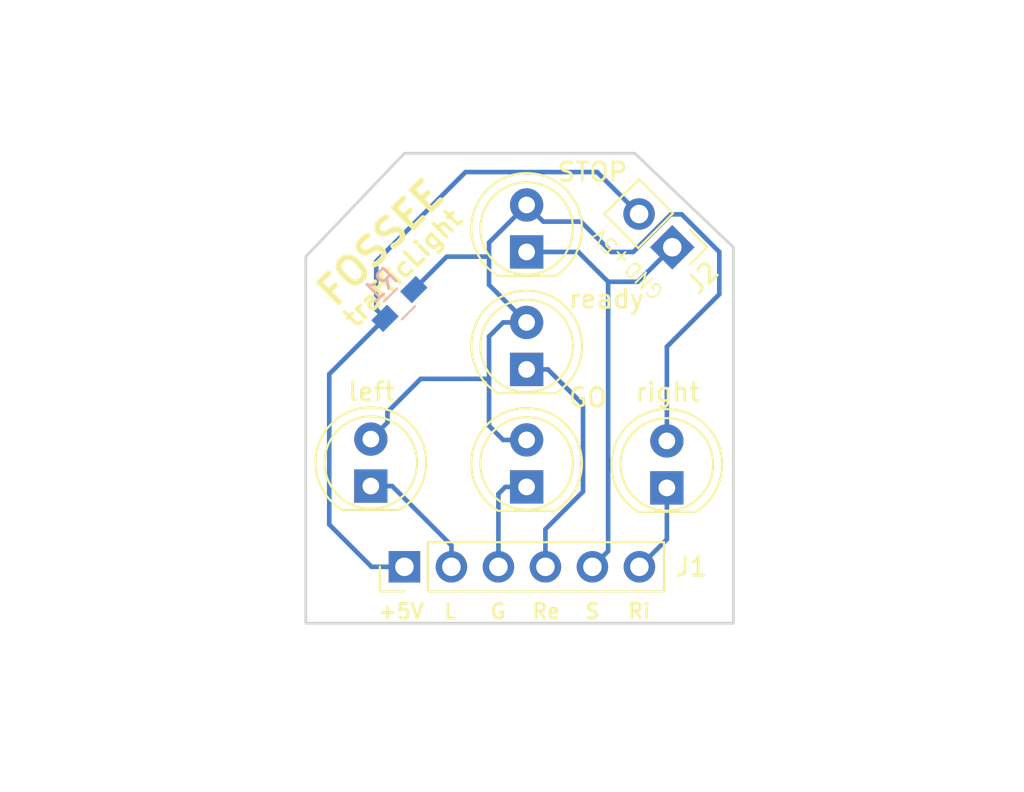
<source format=kicad_pcb>
(kicad_pcb (version 20171130) (host pcbnew 5.0.1)

  (general
    (thickness 1.6)
    (drawings 21)
    (tracks 58)
    (zones 0)
    (modules 8)
    (nets 8)
  )

  (page A4)
  (layers
    (0 F.Cu signal)
    (31 B.Cu signal)
    (32 B.Adhes user)
    (33 F.Adhes user)
    (34 B.Paste user)
    (35 F.Paste user)
    (36 B.SilkS user)
    (37 F.SilkS user)
    (38 B.Mask user)
    (39 F.Mask user)
    (40 Dwgs.User user)
    (41 Cmts.User user)
    (42 Eco1.User user)
    (43 Eco2.User user)
    (44 Edge.Cuts user)
    (45 Margin user)
    (46 B.CrtYd user)
    (47 F.CrtYd user)
    (48 B.Fab user)
    (49 F.Fab user hide)
  )

  (setup
    (last_trace_width 0.25)
    (trace_clearance 0.2)
    (zone_clearance 0.508)
    (zone_45_only no)
    (trace_min 0.2)
    (segment_width 0.2)
    (edge_width 0.15)
    (via_size 0.8)
    (via_drill 0.4)
    (via_min_size 0.4)
    (via_min_drill 0.3)
    (uvia_size 0.3)
    (uvia_drill 0.1)
    (uvias_allowed no)
    (uvia_min_size 0.2)
    (uvia_min_drill 0.1)
    (pcb_text_width 0.3)
    (pcb_text_size 1.5 1.5)
    (mod_edge_width 0.15)
    (mod_text_size 1 1)
    (mod_text_width 0.15)
    (pad_size 1.524 1.524)
    (pad_drill 0.762)
    (pad_to_mask_clearance 0.051)
    (solder_mask_min_width 0.25)
    (aux_axis_origin 0 0)
    (visible_elements FFFFFF7F)
    (pcbplotparams
      (layerselection 0x010fc_ffffffff)
      (usegerberextensions false)
      (usegerberattributes false)
      (usegerberadvancedattributes false)
      (creategerberjobfile false)
      (excludeedgelayer true)
      (linewidth 0.100000)
      (plotframeref false)
      (viasonmask false)
      (mode 1)
      (useauxorigin false)
      (hpglpennumber 1)
      (hpglpenspeed 20)
      (hpglpendiameter 15.000000)
      (psnegative false)
      (psa4output false)
      (plotreference true)
      (plotvalue true)
      (plotinvisibletext false)
      (padsonsilk false)
      (subtractmaskfromsilk false)
      (outputformat 1)
      (mirror false)
      (drillshape 1)
      (scaleselection 1)
      (outputdirectory ""))
  )

  (net 0 "")
  (net 1 "Net-(D1-Pad2)")
  (net 2 "Net-(D1-Pad1)")
  (net 3 "Net-(D2-Pad1)")
  (net 4 "Net-(D3-Pad1)")
  (net 5 "Net-(D4-Pad1)")
  (net 6 "Net-(D5-Pad1)")
  (net 7 +5C)

  (net_class Default "This is the default net class."
    (clearance 0.2)
    (trace_width 0.25)
    (via_dia 0.8)
    (via_drill 0.4)
    (uvia_dia 0.3)
    (uvia_drill 0.1)
    (add_net +5C)
    (add_net "Net-(D1-Pad1)")
    (add_net "Net-(D1-Pad2)")
    (add_net "Net-(D2-Pad1)")
    (add_net "Net-(D3-Pad1)")
    (add_net "Net-(D4-Pad1)")
    (add_net "Net-(D5-Pad1)")
  )

  (module Socket_Strips:Socket_Strip_Straight_1x02_Pitch2.54mm (layer F.Cu) (tedit 58CD5446) (tstamp 5C3D0902)
    (at 155.194 88.392 225)
    (descr "Through hole straight socket strip, 1x02, 2.54mm pitch, single row")
    (tags "Through hole socket strip THT 1x02 2.54mm single row")
    (path /5C3CB942)
    (fp_text reference J2 (at 0 -2.33 225) (layer F.SilkS)
      (effects (font (size 1 1) (thickness 0.15)))
    )
    (fp_text value Conn_01x02_Male (at 0 4.87 225) (layer F.Fab)
      (effects (font (size 1 1) (thickness 0.15)))
    )
    (fp_text user %R (at 0 -2.33 225) (layer F.Fab)
      (effects (font (size 1 1) (thickness 0.15)))
    )
    (fp_line (start 1.8 -1.8) (end -1.8 -1.8) (layer F.CrtYd) (width 0.05))
    (fp_line (start 1.8 4.35) (end 1.8 -1.8) (layer F.CrtYd) (width 0.05))
    (fp_line (start -1.8 4.35) (end 1.8 4.35) (layer F.CrtYd) (width 0.05))
    (fp_line (start -1.8 -1.8) (end -1.8 4.35) (layer F.CrtYd) (width 0.05))
    (fp_line (start -1.33 -1.33) (end 0 -1.33) (layer F.SilkS) (width 0.12))
    (fp_line (start -1.33 0) (end -1.33 -1.33) (layer F.SilkS) (width 0.12))
    (fp_line (start 1.33 1.27) (end -1.33 1.27) (layer F.SilkS) (width 0.12))
    (fp_line (start 1.33 3.87) (end 1.33 1.27) (layer F.SilkS) (width 0.12))
    (fp_line (start -1.33 3.87) (end 1.33 3.87) (layer F.SilkS) (width 0.12))
    (fp_line (start -1.33 1.27) (end -1.33 3.87) (layer F.SilkS) (width 0.12))
    (fp_line (start 1.27 -1.27) (end -1.27 -1.27) (layer F.Fab) (width 0.1))
    (fp_line (start 1.27 3.81) (end 1.27 -1.27) (layer F.Fab) (width 0.1))
    (fp_line (start -1.27 3.81) (end 1.27 3.81) (layer F.Fab) (width 0.1))
    (fp_line (start -1.27 -1.27) (end -1.27 3.81) (layer F.Fab) (width 0.1))
    (pad 2 thru_hole oval (at 0 2.54 225) (size 1.7 1.7) (drill 1) (layers *.Cu *.Mask)
      (net 7 +5C))
    (pad 1 thru_hole rect (at 0 0 225) (size 1.7 1.7) (drill 1) (layers *.Cu *.Mask)
      (net 6 "Net-(D5-Pad1)"))
    (model ${KISYS3DMOD}/Socket_Strips.3dshapes/Socket_Strip_Straight_1x02_Pitch2.54mm.wrl
      (offset (xyz 0 -1.269999980926514 0))
      (scale (xyz 1 1 1))
      (rotate (xyz 0 0 270))
    )
  )

  (module LEDs:LED_D5.0mm (layer F.Cu) (tedit 5C3C664C) (tstamp 5C3D104C)
    (at 147.32 88.646 90)
    (descr "LED, diameter 5.0mm, 2 pins, http://cdn-reichelt.de/documents/datenblatt/A500/LL-504BC2E-009.pdf")
    (tags "LED diameter 5.0mm 2 pins")
    (path /5C2C2A10)
    (fp_text reference D5 (at 3.671 4.255 180) (layer F.Fab)
      (effects (font (size 1 1) (thickness 0.15)))
    )
    (fp_text value STOP (at 4.318 3.556 180) (layer F.SilkS)
      (effects (font (size 1 1) (thickness 0.15)))
    )
    (fp_text user %R (at 1.25 0 90) (layer F.Fab)
      (effects (font (size 0.8 0.8) (thickness 0.2)))
    )
    (fp_line (start 4.5 -3.25) (end -1.95 -3.25) (layer F.CrtYd) (width 0.05))
    (fp_line (start 4.5 3.25) (end 4.5 -3.25) (layer F.CrtYd) (width 0.05))
    (fp_line (start -1.95 3.25) (end 4.5 3.25) (layer F.CrtYd) (width 0.05))
    (fp_line (start -1.95 -3.25) (end -1.95 3.25) (layer F.CrtYd) (width 0.05))
    (fp_line (start -1.29 -1.545) (end -1.29 1.545) (layer F.SilkS) (width 0.12))
    (fp_line (start -1.23 -1.469694) (end -1.23 1.469694) (layer F.Fab) (width 0.1))
    (fp_circle (center 1.27 0) (end 3.77 0) (layer F.SilkS) (width 0.12))
    (fp_circle (center 1.27 0) (end 3.77 0) (layer F.Fab) (width 0.1))
    (fp_arc (start 1.27 0) (end -1.29 1.54483) (angle -148.9) (layer F.SilkS) (width 0.12))
    (fp_arc (start 1.27 0) (end -1.29 -1.54483) (angle 148.9) (layer F.SilkS) (width 0.12))
    (fp_arc (start 1.27 0) (end -1.23 -1.469694) (angle 299.1) (layer F.Fab) (width 0.1))
    (pad 2 thru_hole circle (at 2.54 0 90) (size 1.8 1.8) (drill 0.9) (layers *.Cu *.Mask)
      (net 1 "Net-(D1-Pad2)"))
    (pad 1 thru_hole rect (at 0 0 90) (size 1.8 1.8) (drill 0.9) (layers *.Cu *.Mask)
      (net 6 "Net-(D5-Pad1)"))
    (model ${KISYS3DMOD}/LEDs.3dshapes/LED_D5.0mm.wrl
      (at (xyz 0 0 0))
      (scale (xyz 0.393701 0.393701 0.393701))
      (rotate (xyz 0 0 0))
    )
  )

  (module LEDs:LED_D5.0mm (layer F.Cu) (tedit 5C3C6640) (tstamp 5C32ED25)
    (at 147.32 94.996 90)
    (descr "LED, diameter 5.0mm, 2 pins, http://cdn-reichelt.de/documents/datenblatt/A500/LL-504BC2E-009.pdf")
    (tags "LED diameter 5.0mm 2 pins")
    (path /5C2C2A6F)
    (fp_text reference D4 (at 2.471 -4.22 180) (layer F.Fab)
      (effects (font (size 1 1) (thickness 0.15)))
    )
    (fp_text value ready (at 3.81 4.318 180) (layer F.SilkS)
      (effects (font (size 1 1) (thickness 0.15)))
    )
    (fp_arc (start 1.27 0) (end -1.23 -1.469694) (angle 299.1) (layer F.Fab) (width 0.1))
    (fp_arc (start 1.27 0) (end -1.29 -1.54483) (angle 148.9) (layer F.SilkS) (width 0.12))
    (fp_arc (start 1.27 0) (end -1.29 1.54483) (angle -148.9) (layer F.SilkS) (width 0.12))
    (fp_circle (center 1.27 0) (end 3.77 0) (layer F.Fab) (width 0.1))
    (fp_circle (center 1.27 0) (end 3.77 0) (layer F.SilkS) (width 0.12))
    (fp_line (start -1.23 -1.469694) (end -1.23 1.469694) (layer F.Fab) (width 0.1))
    (fp_line (start -1.29 -1.545) (end -1.29 1.545) (layer F.SilkS) (width 0.12))
    (fp_line (start -1.95 -3.25) (end -1.95 3.25) (layer F.CrtYd) (width 0.05))
    (fp_line (start -1.95 3.25) (end 4.5 3.25) (layer F.CrtYd) (width 0.05))
    (fp_line (start 4.5 3.25) (end 4.5 -3.25) (layer F.CrtYd) (width 0.05))
    (fp_line (start 4.5 -3.25) (end -1.95 -3.25) (layer F.CrtYd) (width 0.05))
    (fp_text user %R (at 1.25 0 90) (layer F.Fab)
      (effects (font (size 0.8 0.8) (thickness 0.2)))
    )
    (pad 1 thru_hole rect (at 0 0 90) (size 1.8 1.8) (drill 0.9) (layers *.Cu *.Mask)
      (net 5 "Net-(D4-Pad1)"))
    (pad 2 thru_hole circle (at 2.54 0 90) (size 1.8 1.8) (drill 0.9) (layers *.Cu *.Mask)
      (net 1 "Net-(D1-Pad2)"))
    (model ${KISYS3DMOD}/LEDs.3dshapes/LED_D5.0mm.wrl
      (at (xyz 0 0 0))
      (scale (xyz 0.393701 0.393701 0.393701))
      (rotate (xyz 0 0 0))
    )
  )

  (module LEDs:LED_D5.0mm (layer F.Cu) (tedit 5C3C6634) (tstamp 5C32EF6F)
    (at 154.9 101.4 90)
    (descr "LED, diameter 5.0mm, 2 pins, http://cdn-reichelt.de/documents/datenblatt/A500/LL-504BC2E-009.pdf")
    (tags "LED diameter 5.0mm 2 pins")
    (path /5C2C2AD6)
    (fp_text reference D3 (at 5.175 -2.075 180) (layer F.Fab)
      (effects (font (size 1 1) (thickness 0.15)))
    )
    (fp_text value right (at 5.175 0.04 180) (layer F.SilkS)
      (effects (font (size 1 1) (thickness 0.15)))
    )
    (fp_text user %R (at 1.25 0 90) (layer F.Fab)
      (effects (font (size 0.8 0.8) (thickness 0.2)))
    )
    (fp_line (start 4.5 -3.25) (end -1.95 -3.25) (layer F.CrtYd) (width 0.05))
    (fp_line (start 4.5 3.25) (end 4.5 -3.25) (layer F.CrtYd) (width 0.05))
    (fp_line (start -1.95 3.25) (end 4.5 3.25) (layer F.CrtYd) (width 0.05))
    (fp_line (start -1.95 -3.25) (end -1.95 3.25) (layer F.CrtYd) (width 0.05))
    (fp_line (start -1.29 -1.545) (end -1.29 1.545) (layer F.SilkS) (width 0.12))
    (fp_line (start -1.23 -1.469694) (end -1.23 1.469694) (layer F.Fab) (width 0.1))
    (fp_circle (center 1.27 0) (end 3.77 0) (layer F.SilkS) (width 0.12))
    (fp_circle (center 1.27 0) (end 3.77 0) (layer F.Fab) (width 0.1))
    (fp_arc (start 1.27 0) (end -1.29 1.54483) (angle -148.9) (layer F.SilkS) (width 0.12))
    (fp_arc (start 1.27 0) (end -1.29 -1.54483) (angle 148.9) (layer F.SilkS) (width 0.12))
    (fp_arc (start 1.27 0) (end -1.23 -1.469694) (angle 299.1) (layer F.Fab) (width 0.1))
    (pad 2 thru_hole circle (at 2.54 0 90) (size 1.8 1.8) (drill 0.9) (layers *.Cu *.Mask)
      (net 1 "Net-(D1-Pad2)"))
    (pad 1 thru_hole rect (at 0 0 90) (size 1.8 1.8) (drill 0.9) (layers *.Cu *.Mask)
      (net 4 "Net-(D3-Pad1)"))
    (model ${KISYS3DMOD}/LEDs.3dshapes/LED_D5.0mm.wrl
      (at (xyz 0 0 0))
      (scale (xyz 0.393701 0.393701 0.393701))
      (rotate (xyz 0 0 0))
    )
  )

  (module LEDs:LED_D5.0mm (layer F.Cu) (tedit 5C3C6639) (tstamp 5C3D110D)
    (at 147.32 101.346 90)
    (descr "LED, diameter 5.0mm, 2 pins, http://cdn-reichelt.de/documents/datenblatt/A500/LL-504BC2E-009.pdf")
    (tags "LED diameter 5.0mm 2 pins")
    (path /5C2C2A3E)
    (fp_text reference D2 (at 1.27 -4.22 180) (layer F.Fab)
      (effects (font (size 1 1) (thickness 0.15)))
    )
    (fp_text value GO (at 4.826 3.302 180) (layer F.SilkS)
      (effects (font (size 1 1) (thickness 0.15)))
    )
    (fp_arc (start 1.27 0) (end -1.23 -1.469694) (angle 299.1) (layer F.Fab) (width 0.1))
    (fp_arc (start 1.27 0) (end -1.29 -1.54483) (angle 148.9) (layer F.SilkS) (width 0.12))
    (fp_arc (start 1.27 0) (end -1.29 1.54483) (angle -148.9) (layer F.SilkS) (width 0.12))
    (fp_circle (center 1.27 0) (end 3.77 0) (layer F.Fab) (width 0.1))
    (fp_circle (center 1.27 0) (end 3.77 0) (layer F.SilkS) (width 0.12))
    (fp_line (start -1.23 -1.469694) (end -1.23 1.469694) (layer F.Fab) (width 0.1))
    (fp_line (start -1.29 -1.545) (end -1.29 1.545) (layer F.SilkS) (width 0.12))
    (fp_line (start -1.95 -3.25) (end -1.95 3.25) (layer F.CrtYd) (width 0.05))
    (fp_line (start -1.95 3.25) (end 4.5 3.25) (layer F.CrtYd) (width 0.05))
    (fp_line (start 4.5 3.25) (end 4.5 -3.25) (layer F.CrtYd) (width 0.05))
    (fp_line (start 4.5 -3.25) (end -1.95 -3.25) (layer F.CrtYd) (width 0.05))
    (fp_text user %R (at 1.25 0 90) (layer F.Fab)
      (effects (font (size 0.8 0.8) (thickness 0.2)))
    )
    (pad 1 thru_hole rect (at 0 0 90) (size 1.8 1.8) (drill 0.9) (layers *.Cu *.Mask)
      (net 3 "Net-(D2-Pad1)"))
    (pad 2 thru_hole circle (at 2.54 0 90) (size 1.8 1.8) (drill 0.9) (layers *.Cu *.Mask)
      (net 1 "Net-(D1-Pad2)"))
    (model ${KISYS3DMOD}/LEDs.3dshapes/LED_D5.0mm.wrl
      (at (xyz 0 0 0))
      (scale (xyz 0.393701 0.393701 0.393701))
      (rotate (xyz 0 0 0))
    )
  )

  (module LEDs:LED_D5.0mm (layer F.Cu) (tedit 5C3C662F) (tstamp 5C32F0B0)
    (at 138.9 101.3 90)
    (descr "LED, diameter 5.0mm, 2 pins, http://cdn-reichelt.de/documents/datenblatt/A500/LL-504BC2E-009.pdf")
    (tags "LED diameter 5.0mm 2 pins")
    (path /5C2C2999)
    (fp_text reference D1 (at 5.125 -2.15 180) (layer F.Fab)
      (effects (font (size 1 1) (thickness 0.15)))
    )
    (fp_text value left (at 5.1 0.038 180) (layer F.SilkS)
      (effects (font (size 1 1) (thickness 0.15)))
    )
    (fp_text user %R (at 1.25 0 90) (layer F.Fab)
      (effects (font (size 0.8 0.8) (thickness 0.2)))
    )
    (fp_line (start 4.5 -3.25) (end -1.95 -3.25) (layer F.CrtYd) (width 0.05))
    (fp_line (start 4.5 3.25) (end 4.5 -3.25) (layer F.CrtYd) (width 0.05))
    (fp_line (start -1.95 3.25) (end 4.5 3.25) (layer F.CrtYd) (width 0.05))
    (fp_line (start -1.95 -3.25) (end -1.95 3.25) (layer F.CrtYd) (width 0.05))
    (fp_line (start -1.29 -1.545) (end -1.29 1.545) (layer F.SilkS) (width 0.12))
    (fp_line (start -1.23 -1.469694) (end -1.23 1.469694) (layer F.Fab) (width 0.1))
    (fp_circle (center 1.27 0) (end 3.77 0) (layer F.SilkS) (width 0.12))
    (fp_circle (center 1.27 0) (end 3.77 0) (layer F.Fab) (width 0.1))
    (fp_arc (start 1.27 0) (end -1.29 1.54483) (angle -148.9) (layer F.SilkS) (width 0.12))
    (fp_arc (start 1.27 0) (end -1.29 -1.54483) (angle 148.9) (layer F.SilkS) (width 0.12))
    (fp_arc (start 1.27 0) (end -1.23 -1.469694) (angle 299.1) (layer F.Fab) (width 0.1))
    (pad 2 thru_hole circle (at 2.54 0 90) (size 1.8 1.8) (drill 0.9) (layers *.Cu *.Mask)
      (net 1 "Net-(D1-Pad2)"))
    (pad 1 thru_hole rect (at 0 0 90) (size 1.8 1.8) (drill 0.9) (layers *.Cu *.Mask)
      (net 2 "Net-(D1-Pad1)"))
    (model ${KISYS3DMOD}/LEDs.3dshapes/LED_D5.0mm.wrl
      (at (xyz 0 0 0))
      (scale (xyz 0.393701 0.393701 0.393701))
      (rotate (xyz 0 0 0))
    )
  )

  (module Socket_Strips:Socket_Strip_Straight_1x06_Pitch2.54mm (layer F.Cu) (tedit 58CD5446) (tstamp 5C2CAD23)
    (at 140.716 105.664 90)
    (descr "Through hole straight socket strip, 1x06, 2.54mm pitch, single row")
    (tags "Through hole socket strip THT 1x06 2.54mm single row")
    (path /5C2C6811)
    (fp_text reference J1 (at 0 15.494 180) (layer F.SilkS)
      (effects (font (size 1 1) (thickness 0.15)))
    )
    (fp_text value Conn_01x06_Male (at -4.064 6.096 180) (layer F.Fab)
      (effects (font (size 1 1) (thickness 0.15)))
    )
    (fp_text user %R (at 0 -2.33 90) (layer F.Fab)
      (effects (font (size 1 1) (thickness 0.15)))
    )
    (fp_line (start 1.8 -1.8) (end -1.8 -1.8) (layer F.CrtYd) (width 0.05))
    (fp_line (start 1.8 14.5) (end 1.8 -1.8) (layer F.CrtYd) (width 0.05))
    (fp_line (start -1.8 14.5) (end 1.8 14.5) (layer F.CrtYd) (width 0.05))
    (fp_line (start -1.8 -1.8) (end -1.8 14.5) (layer F.CrtYd) (width 0.05))
    (fp_line (start -1.33 -1.33) (end 0 -1.33) (layer F.SilkS) (width 0.12))
    (fp_line (start -1.33 0) (end -1.33 -1.33) (layer F.SilkS) (width 0.12))
    (fp_line (start 1.33 1.27) (end -1.33 1.27) (layer F.SilkS) (width 0.12))
    (fp_line (start 1.33 14.03) (end 1.33 1.27) (layer F.SilkS) (width 0.12))
    (fp_line (start -1.33 14.03) (end 1.33 14.03) (layer F.SilkS) (width 0.12))
    (fp_line (start -1.33 1.27) (end -1.33 14.03) (layer F.SilkS) (width 0.12))
    (fp_line (start 1.27 -1.27) (end -1.27 -1.27) (layer F.Fab) (width 0.1))
    (fp_line (start 1.27 13.97) (end 1.27 -1.27) (layer F.Fab) (width 0.1))
    (fp_line (start -1.27 13.97) (end 1.27 13.97) (layer F.Fab) (width 0.1))
    (fp_line (start -1.27 -1.27) (end -1.27 13.97) (layer F.Fab) (width 0.1))
    (pad 6 thru_hole oval (at 0 12.7 90) (size 1.7 1.7) (drill 1) (layers *.Cu *.Mask)
      (net 4 "Net-(D3-Pad1)"))
    (pad 5 thru_hole oval (at 0 10.16 90) (size 1.7 1.7) (drill 1) (layers *.Cu *.Mask)
      (net 6 "Net-(D5-Pad1)"))
    (pad 4 thru_hole oval (at 0 7.62 90) (size 1.7 1.7) (drill 1) (layers *.Cu *.Mask)
      (net 5 "Net-(D4-Pad1)"))
    (pad 3 thru_hole oval (at 0 5.08 90) (size 1.7 1.7) (drill 1) (layers *.Cu *.Mask)
      (net 3 "Net-(D2-Pad1)"))
    (pad 2 thru_hole oval (at 0 2.54 90) (size 1.7 1.7) (drill 1) (layers *.Cu *.Mask)
      (net 2 "Net-(D1-Pad1)"))
    (pad 1 thru_hole rect (at 0 0 90) (size 1.7 1.7) (drill 1) (layers *.Cu *.Mask)
      (net 7 +5C))
    (model ${KISYS3DMOD}/Socket_Strips.3dshapes/Socket_Strip_Straight_1x06_Pitch2.54mm.wrl
      (offset (xyz 0 -6.349999904632568 0))
      (scale (xyz 1 1 1))
      (rotate (xyz 0 0 270))
    )
  )

  (module Resistors_SMD:R_0603_HandSoldering (layer B.Cu) (tedit 58E0A804) (tstamp 5C2CA939)
    (at 140.446183 91.455817 225)
    (descr "Resistor SMD 0603, hand soldering")
    (tags "resistor 0603")
    (path /5C2C3B8D)
    (attr smd)
    (fp_text reference R1 (at 0 1.45 225) (layer B.SilkS)
      (effects (font (size 1 1) (thickness 0.15)) (justify mirror))
    )
    (fp_text value R (at 0 -1.550001 225) (layer B.Fab)
      (effects (font (size 1 1) (thickness 0.15)) (justify mirror))
    )
    (fp_line (start 1.95 -0.7) (end -1.96 -0.7) (layer B.CrtYd) (width 0.05))
    (fp_line (start 1.95 -0.7) (end 1.95 0.7) (layer B.CrtYd) (width 0.05))
    (fp_line (start -1.96 0.7) (end -1.96 -0.7) (layer B.CrtYd) (width 0.05))
    (fp_line (start -1.96 0.7) (end 1.95 0.7) (layer B.CrtYd) (width 0.05))
    (fp_line (start -0.5 0.68) (end 0.5 0.68) (layer B.SilkS) (width 0.12))
    (fp_line (start 0.5 -0.68) (end -0.5 -0.68) (layer B.SilkS) (width 0.12))
    (fp_line (start -0.8 0.4) (end 0.8 0.4) (layer B.Fab) (width 0.1))
    (fp_line (start 0.8 0.4) (end 0.8 -0.4) (layer B.Fab) (width 0.1))
    (fp_line (start 0.8 -0.4) (end -0.8 -0.4) (layer B.Fab) (width 0.1))
    (fp_line (start -0.8 -0.4) (end -0.8 0.4) (layer B.Fab) (width 0.1))
    (fp_text user %R (at 0 0 225) (layer B.Fab)
      (effects (font (size 0.4 0.4) (thickness 0.075)) (justify mirror))
    )
    (pad 2 smd rect (at 1.099999 0 225) (size 1.2 0.9) (layers B.Cu B.Paste B.Mask)
      (net 7 +5C))
    (pad 1 smd rect (at -1.099999 0 225) (size 1.2 0.9) (layers B.Cu B.Paste B.Mask)
      (net 1 "Net-(D1-Pad2)"))
    (model ${KISYS3DMOD}/Resistors_SMD.3dshapes/R_0603.wrl
      (at (xyz 0 0 0))
      (scale (xyz 1 1 1))
      (rotate (xyz 0 0 0))
    )
  )

  (gr_text GND (at 153.67 90.17 135) (layer F.SilkS)
    (effects (font (size 0.8 0.8) (thickness 0.1)))
  )
  (gr_text +5V (at 151.892 88.392 135) (layer F.SilkS)
    (effects (font (size 0.8 0.8) (thickness 0.1)))
  )
  (dimension 12.446 (width 0.3) (layer Margin)
    (gr_text "12.446 mm" (at 146.939 76.132) (layer Margin)
      (effects (font (size 1.5 1.5) (thickness 0.3)))
    )
    (feature1 (pts (xy 153.162 83.312) (xy 153.162 77.645579)))
    (feature2 (pts (xy 140.716 83.312) (xy 140.716 77.645579)))
    (crossbar (pts (xy 140.716 78.232) (xy 153.162 78.232)))
    (arrow1a (pts (xy 153.162 78.232) (xy 152.035496 78.818421)))
    (arrow1b (pts (xy 153.162 78.232) (xy 152.035496 77.645579)))
    (arrow2a (pts (xy 140.716 78.232) (xy 141.842504 78.818421)))
    (arrow2b (pts (xy 140.716 78.232) (xy 141.842504 77.645579)))
  )
  (dimension 19.812 (width 0.3) (layer Margin)
    (gr_text "19.812 mm" (at 124.392 98.806 270) (layer Margin)
      (effects (font (size 1.5 1.5) (thickness 0.3)))
    )
    (feature1 (pts (xy 135.382 108.712) (xy 125.905579 108.712)))
    (feature2 (pts (xy 135.382 88.9) (xy 125.905579 88.9)))
    (crossbar (pts (xy 126.492 88.9) (xy 126.492 108.712)))
    (arrow1a (pts (xy 126.492 108.712) (xy 125.905579 107.585496)))
    (arrow1b (pts (xy 126.492 108.712) (xy 127.078421 107.585496)))
    (arrow2a (pts (xy 126.492 88.9) (xy 125.905579 90.026504)))
    (arrow2b (pts (xy 126.492 88.9) (xy 127.078421 90.026504)))
  )
  (dimension 7.725108 (width 0.3) (layer Margin)
    (gr_text "7.725 mm" (at 133.080496 81.363338 46.33221985) (layer Margin)
      (effects (font (size 1.5 1.5) (thickness 0.3)))
    )
    (feature1 (pts (xy 140.716 83.312) (xy 136.842352 79.614427)))
    (feature2 (pts (xy 135.382 88.9) (xy 131.508352 85.202427)))
    (crossbar (pts (xy 131.932543 85.607337) (xy 137.266543 80.019337)))
    (arrow1a (pts (xy 137.266543 80.019337) (xy 136.91291 81.239109)))
    (arrow1b (pts (xy 137.266543 80.019337) (xy 136.064529 80.42929)))
    (arrow2a (pts (xy 131.932543 85.607337) (xy 133.134557 85.197384)))
    (arrow2b (pts (xy 131.932543 85.607337) (xy 132.286176 84.387565)))
  )
  (dimension 23.114 (width 0.3) (layer Margin)
    (gr_text "23.114 mm" (at 146.939 119.194) (layer Margin)
      (effects (font (size 1.5 1.5) (thickness 0.3)))
    )
    (feature1 (pts (xy 158.496 108.712) (xy 158.496 117.680421)))
    (feature2 (pts (xy 135.382 108.712) (xy 135.382 117.680421)))
    (crossbar (pts (xy 135.382 117.094) (xy 158.496 117.094)))
    (arrow1a (pts (xy 158.496 117.094) (xy 157.369496 117.680421)))
    (arrow1b (pts (xy 158.496 117.094) (xy 157.369496 116.507579)))
    (arrow2a (pts (xy 135.382 117.094) (xy 136.508504 117.680421)))
    (arrow2b (pts (xy 135.382 117.094) (xy 136.508504 116.507579)))
  )
  (dimension 25.4 (width 0.3) (layer Margin)
    (gr_text "25.400 mm" (at 172.28 96.012 270) (layer Margin)
      (effects (font (size 1.5 1.5) (thickness 0.3)))
    )
    (feature1 (pts (xy 153.162 108.712) (xy 170.766421 108.712)))
    (feature2 (pts (xy 153.162 83.312) (xy 170.766421 83.312)))
    (crossbar (pts (xy 170.18 83.312) (xy 170.18 108.712)))
    (arrow1a (pts (xy 170.18 108.712) (xy 169.593579 107.585496)))
    (arrow1b (pts (xy 170.18 108.712) (xy 170.766421 107.585496)))
    (arrow2a (pts (xy 170.18 83.312) (xy 169.593579 84.438504)))
    (arrow2b (pts (xy 170.18 83.312) (xy 170.766421 84.438504)))
  )
  (gr_text trafficLight (at 140.625 89.525 45) (layer F.SilkS)
    (effects (font (size 1 1) (thickness 0.2)))
  )
  (gr_text "FOSSEE\n\n" (at 140.275 89 45) (layer F.SilkS) (tstamp 5C36F068)
    (effects (font (size 1.5 1.5) (thickness 0.3)))
  )
  (gr_text Re (at 148.375 108.075) (layer F.SilkS)
    (effects (font (size 0.8 0.8) (thickness 0.15)))
  )
  (gr_text S (at 150.875 108.075) (layer F.SilkS)
    (effects (font (size 0.8 0.8) (thickness 0.15)))
  )
  (gr_text Ri (at 153.4 108.05) (layer F.SilkS)
    (effects (font (size 0.8 0.8) (thickness 0.15)))
  )
  (gr_text G (at 145.775 108.075) (layer F.SilkS)
    (effects (font (size 0.8 0.8) (thickness 0.15)))
  )
  (gr_text L (at 143.2 108.075) (layer F.SilkS)
    (effects (font (size 0.8 0.8) (thickness 0.15)))
  )
  (gr_text +5V (at 140.525 108.075) (layer F.SilkS)
    (effects (font (size 0.8 0.8) (thickness 0.15)))
  )
  (gr_line (start 158.496 88.392) (end 158.496 108.712) (layer Edge.Cuts) (width 0.15))
  (gr_line (start 153.162 83.312) (end 158.496 88.392) (layer Edge.Cuts) (width 0.15) (tstamp 5C2B6D24))
  (gr_line (start 140.716 83.312) (end 153.162 83.312) (layer Edge.Cuts) (width 0.15) (tstamp 5C2B6D1C))
  (gr_line (start 135.382 88.9) (end 140.716 83.312) (layer Edge.Cuts) (width 0.15) (tstamp 5C2B6956))
  (gr_line (start 135.382 108.712) (end 135.382 88.9) (layer Edge.Cuts) (width 0.15))
  (gr_line (start 158.496 108.712) (end 135.382 108.712) (layer Edge.Cuts) (width 0.15))

  (segment (start 147.32 86.106) (end 145.288 88.138) (width 0.25) (layer B.Cu) (net 1) (status 10))
  (segment (start 145.288 90.424) (end 147.32 92.456) (width 0.25) (layer B.Cu) (net 1) (status 20))
  (segment (start 147.32 92.456) (end 146.047208 92.456) (width 0.25) (layer B.Cu) (net 1) (status 10))
  (segment (start 146.047208 92.456) (end 145.288 93.215208) (width 0.25) (layer B.Cu) (net 1))
  (segment (start 145.796 98.554792) (end 145.796 98.552) (width 0.25) (layer B.Cu) (net 1))
  (segment (start 146.047208 98.806) (end 145.796 98.554792) (width 0.25) (layer B.Cu) (net 1))
  (segment (start 147.32 98.806) (end 146.047208 98.806) (width 0.25) (layer B.Cu) (net 1) (status 10))
  (segment (start 145.288 98.044) (end 145.796 98.552) (width 0.25) (layer B.Cu) (net 1))
  (segment (start 145.288 93.215208) (end 145.288 95.504) (width 0.25) (layer B.Cu) (net 1))
  (segment (start 145.288 95.504) (end 145.288 98.044) (width 0.25) (layer B.Cu) (net 1))
  (segment (start 143.002 88.9) (end 145.288 88.9) (width 0.25) (layer B.Cu) (net 1))
  (segment (start 141.224 90.678) (end 143.002 88.9) (width 0.25) (layer B.Cu) (net 1) (status 10))
  (segment (start 145.288 88.138) (end 145.288 88.9) (width 0.25) (layer B.Cu) (net 1))
  (segment (start 145.288 88.9) (end 145.288 90.424) (width 0.25) (layer B.Cu) (net 1))
  (segment (start 139.799999 97.860001) (end 139.799999 97.300001) (width 0.25) (layer B.Cu) (net 1))
  (segment (start 138.9 98.76) (end 139.799999 97.860001) (width 0.25) (layer B.Cu) (net 1))
  (segment (start 141.596 95.504) (end 145.288 95.504) (width 0.25) (layer B.Cu) (net 1))
  (segment (start 139.799999 97.300001) (end 141.596 95.504) (width 0.25) (layer B.Cu) (net 1))
  (segment (start 148.219999 87.005999) (end 150.251999 87.005999) (width 0.25) (layer B.Cu) (net 1))
  (segment (start 147.32 86.106) (end 148.219999 87.005999) (width 0.25) (layer B.Cu) (net 1))
  (segment (start 150.251999 87.005999) (end 151.892 88.646) (width 0.25) (layer B.Cu) (net 1))
  (segment (start 153.0869 88.646) (end 155.1189 86.614) (width 0.25) (layer B.Cu) (net 1))
  (segment (start 151.892 88.646) (end 153.0869 88.646) (width 0.25) (layer B.Cu) (net 1))
  (segment (start 155.1189 86.614) (end 155.702 86.614) (width 0.25) (layer B.Cu) (net 1))
  (segment (start 155.702 86.614) (end 157.734 88.646) (width 0.25) (layer B.Cu) (net 1))
  (segment (start 157.734 88.646) (end 157.734 90.932) (width 0.25) (layer B.Cu) (net 1))
  (segment (start 154.9 93.766) (end 154.9 94.488) (width 0.25) (layer B.Cu) (net 1))
  (segment (start 157.734 90.932) (end 154.9 93.766) (width 0.25) (layer B.Cu) (net 1))
  (segment (start 154.9 94.488) (end 154.9 98.86) (width 0.25) (layer B.Cu) (net 1))
  (segment (start 143.256 104.506) (end 143.256 105.664) (width 0.25) (layer B.Cu) (net 2))
  (segment (start 140.05 101.3) (end 143.256 104.506) (width 0.25) (layer B.Cu) (net 2))
  (segment (start 138.9 101.3) (end 140.05 101.3) (width 0.25) (layer B.Cu) (net 2))
  (segment (start 145.796 101.72) (end 145.796 104.461919) (width 0.25) (layer B.Cu) (net 3))
  (segment (start 146.17 101.346) (end 145.796 101.72) (width 0.25) (layer B.Cu) (net 3))
  (segment (start 147.32 101.346) (end 146.17 101.346) (width 0.25) (layer B.Cu) (net 3) (status 10))
  (segment (start 145.796 104.461919) (end 145.796 105.664) (width 0.25) (layer B.Cu) (net 3) (status 20))
  (segment (start 154.9 104.18) (end 153.416 105.664) (width 0.25) (layer B.Cu) (net 4))
  (segment (start 154.9 101.4) (end 154.9 104.18) (width 0.25) (layer B.Cu) (net 4))
  (segment (start 148.47 94.996) (end 150.368 96.894) (width 0.25) (layer B.Cu) (net 5))
  (segment (start 147.32 94.996) (end 148.47 94.996) (width 0.25) (layer B.Cu) (net 5) (status 10))
  (segment (start 150.368 96.894) (end 150.368 101.6) (width 0.25) (layer B.Cu) (net 5))
  (segment (start 150.368 101.6) (end 148.336 103.632) (width 0.25) (layer B.Cu) (net 5))
  (segment (start 148.336 103.632) (end 148.336 105.664) (width 0.25) (layer B.Cu) (net 5) (status 20))
  (segment (start 150.114 88.646) (end 147.32 88.646) (width 0.25) (layer B.Cu) (net 6) (status 20))
  (segment (start 151.725999 90.257999) (end 150.114 88.646) (width 0.25) (layer B.Cu) (net 6))
  (segment (start 151.725999 104.814001) (end 151.725999 90.257999) (width 0.25) (layer B.Cu) (net 6) (tstamp 5C3D1888) (status 10))
  (segment (start 150.876 105.664) (end 151.725999 104.814001) (width 0.25) (layer B.Cu) (net 6) (status 30))
  (segment (start 153.328001 90.257999) (end 155.194 88.392) (width 0.25) (layer B.Cu) (net 6))
  (segment (start 151.725999 90.257999) (end 153.328001 90.257999) (width 0.25) (layer B.Cu) (net 6))
  (segment (start 136.652 103.378) (end 138.938 105.664) (width 0.25) (layer B.Cu) (net 7))
  (segment (start 138.938 105.664) (end 140.716 105.664) (width 0.25) (layer B.Cu) (net 7) (status 20))
  (segment (start 139.668366 92.233634) (end 136.652 95.25) (width 0.25) (layer B.Cu) (net 7) (status 10))
  (segment (start 136.652 95.25) (end 136.652 103.378) (width 0.25) (layer B.Cu) (net 7))
  (segment (start 151.13 84.328) (end 153.397949 86.595949) (width 0.25) (layer B.Cu) (net 7))
  (segment (start 144.018 84.328) (end 151.13 84.328) (width 0.25) (layer B.Cu) (net 7))
  (segment (start 139.192 89.154) (end 144.018 84.328) (width 0.25) (layer B.Cu) (net 7))
  (segment (start 139.668366 92.233634) (end 139.192 91.757268) (width 0.25) (layer B.Cu) (net 7))
  (segment (start 139.192 91.757268) (end 139.192 89.154) (width 0.25) (layer B.Cu) (net 7))

)

</source>
